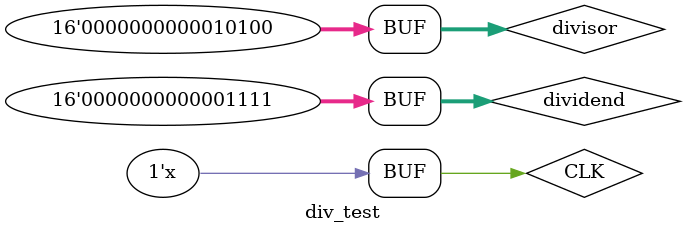
<source format=v>

module div_test;
	reg [15:0] dividend,divisor;
	wire [15:0] O;
	reg CLK;
	div d_test(O,dividend,divisor,CLK);
	always
		begin 
		#5 CLK=~CLK;
		end
	initial 
		begin
			CLK=1'b0;
			$monitor("OUTPUT=%d ,DIVIDEND=%d ,DIVISOR=%d, Clk=%b",O,dividend,divisor,CLK);
			#10 dividend=12; divisor=10;
			#10 dividend=105; divisor=11;
			#10 dividend=31; divisor=5;
			#10 dividend=10; divisor=81;
			#10 dividend=15; divisor=20;
			
		end
endmodule
</source>
